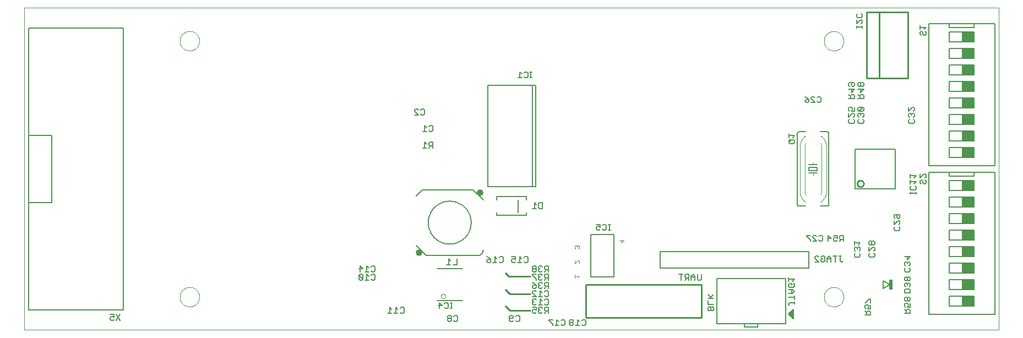
<source format=gbo>
G75*
G70*
%OFA0B0*%
%FSLAX24Y24*%
%IPPOS*%
%LPD*%
%AMOC8*
5,1,8,0,0,1.08239X$1,22.5*
%
%ADD10C,0.0000*%
%ADD11C,0.0100*%
%ADD12C,0.0080*%
%ADD13C,0.0050*%
%ADD14C,0.0020*%
%ADD15C,0.0060*%
%ADD16R,0.0240X0.0620*%
%ADD17C,0.0401*%
%ADD18C,0.0040*%
%ADD19R,0.0750X0.0600*%
D10*
X000655Y000907D02*
X000655Y020407D01*
X059655Y020407D01*
X059655Y000907D01*
X000655Y000907D01*
X010064Y002907D02*
X010066Y002955D01*
X010072Y003003D01*
X010082Y003050D01*
X010095Y003096D01*
X010113Y003141D01*
X010133Y003185D01*
X010158Y003227D01*
X010186Y003266D01*
X010216Y003303D01*
X010250Y003337D01*
X010287Y003369D01*
X010325Y003398D01*
X010366Y003423D01*
X010409Y003445D01*
X010454Y003463D01*
X010500Y003477D01*
X010547Y003488D01*
X010595Y003495D01*
X010643Y003498D01*
X010691Y003497D01*
X010739Y003492D01*
X010787Y003483D01*
X010833Y003471D01*
X010878Y003454D01*
X010922Y003434D01*
X010964Y003411D01*
X011004Y003384D01*
X011042Y003354D01*
X011077Y003321D01*
X011109Y003285D01*
X011139Y003247D01*
X011165Y003206D01*
X011187Y003163D01*
X011207Y003119D01*
X011222Y003074D01*
X011234Y003027D01*
X011242Y002979D01*
X011246Y002931D01*
X011246Y002883D01*
X011242Y002835D01*
X011234Y002787D01*
X011222Y002740D01*
X011207Y002695D01*
X011187Y002651D01*
X011165Y002608D01*
X011139Y002567D01*
X011109Y002529D01*
X011077Y002493D01*
X011042Y002460D01*
X011004Y002430D01*
X010964Y002403D01*
X010922Y002380D01*
X010878Y002360D01*
X010833Y002343D01*
X010787Y002331D01*
X010739Y002322D01*
X010691Y002317D01*
X010643Y002316D01*
X010595Y002319D01*
X010547Y002326D01*
X010500Y002337D01*
X010454Y002351D01*
X010409Y002369D01*
X010366Y002391D01*
X010325Y002416D01*
X010287Y002445D01*
X010250Y002477D01*
X010216Y002511D01*
X010186Y002548D01*
X010158Y002587D01*
X010133Y002629D01*
X010113Y002673D01*
X010095Y002718D01*
X010082Y002764D01*
X010072Y002811D01*
X010066Y002859D01*
X010064Y002907D01*
X049064Y002907D02*
X049066Y002955D01*
X049072Y003003D01*
X049082Y003050D01*
X049095Y003096D01*
X049113Y003141D01*
X049133Y003185D01*
X049158Y003227D01*
X049186Y003266D01*
X049216Y003303D01*
X049250Y003337D01*
X049287Y003369D01*
X049325Y003398D01*
X049366Y003423D01*
X049409Y003445D01*
X049454Y003463D01*
X049500Y003477D01*
X049547Y003488D01*
X049595Y003495D01*
X049643Y003498D01*
X049691Y003497D01*
X049739Y003492D01*
X049787Y003483D01*
X049833Y003471D01*
X049878Y003454D01*
X049922Y003434D01*
X049964Y003411D01*
X050004Y003384D01*
X050042Y003354D01*
X050077Y003321D01*
X050109Y003285D01*
X050139Y003247D01*
X050165Y003206D01*
X050187Y003163D01*
X050207Y003119D01*
X050222Y003074D01*
X050234Y003027D01*
X050242Y002979D01*
X050246Y002931D01*
X050246Y002883D01*
X050242Y002835D01*
X050234Y002787D01*
X050222Y002740D01*
X050207Y002695D01*
X050187Y002651D01*
X050165Y002608D01*
X050139Y002567D01*
X050109Y002529D01*
X050077Y002493D01*
X050042Y002460D01*
X050004Y002430D01*
X049964Y002403D01*
X049922Y002380D01*
X049878Y002360D01*
X049833Y002343D01*
X049787Y002331D01*
X049739Y002322D01*
X049691Y002317D01*
X049643Y002316D01*
X049595Y002319D01*
X049547Y002326D01*
X049500Y002337D01*
X049454Y002351D01*
X049409Y002369D01*
X049366Y002391D01*
X049325Y002416D01*
X049287Y002445D01*
X049250Y002477D01*
X049216Y002511D01*
X049186Y002548D01*
X049158Y002587D01*
X049133Y002629D01*
X049113Y002673D01*
X049095Y002718D01*
X049082Y002764D01*
X049072Y002811D01*
X049066Y002859D01*
X049064Y002907D01*
X049064Y018407D02*
X049066Y018455D01*
X049072Y018503D01*
X049082Y018550D01*
X049095Y018596D01*
X049113Y018641D01*
X049133Y018685D01*
X049158Y018727D01*
X049186Y018766D01*
X049216Y018803D01*
X049250Y018837D01*
X049287Y018869D01*
X049325Y018898D01*
X049366Y018923D01*
X049409Y018945D01*
X049454Y018963D01*
X049500Y018977D01*
X049547Y018988D01*
X049595Y018995D01*
X049643Y018998D01*
X049691Y018997D01*
X049739Y018992D01*
X049787Y018983D01*
X049833Y018971D01*
X049878Y018954D01*
X049922Y018934D01*
X049964Y018911D01*
X050004Y018884D01*
X050042Y018854D01*
X050077Y018821D01*
X050109Y018785D01*
X050139Y018747D01*
X050165Y018706D01*
X050187Y018663D01*
X050207Y018619D01*
X050222Y018574D01*
X050234Y018527D01*
X050242Y018479D01*
X050246Y018431D01*
X050246Y018383D01*
X050242Y018335D01*
X050234Y018287D01*
X050222Y018240D01*
X050207Y018195D01*
X050187Y018151D01*
X050165Y018108D01*
X050139Y018067D01*
X050109Y018029D01*
X050077Y017993D01*
X050042Y017960D01*
X050004Y017930D01*
X049964Y017903D01*
X049922Y017880D01*
X049878Y017860D01*
X049833Y017843D01*
X049787Y017831D01*
X049739Y017822D01*
X049691Y017817D01*
X049643Y017816D01*
X049595Y017819D01*
X049547Y017826D01*
X049500Y017837D01*
X049454Y017851D01*
X049409Y017869D01*
X049366Y017891D01*
X049325Y017916D01*
X049287Y017945D01*
X049250Y017977D01*
X049216Y018011D01*
X049186Y018048D01*
X049158Y018087D01*
X049133Y018129D01*
X049113Y018173D01*
X049095Y018218D01*
X049082Y018264D01*
X049072Y018311D01*
X049066Y018359D01*
X049064Y018407D01*
X010064Y018407D02*
X010066Y018455D01*
X010072Y018503D01*
X010082Y018550D01*
X010095Y018596D01*
X010113Y018641D01*
X010133Y018685D01*
X010158Y018727D01*
X010186Y018766D01*
X010216Y018803D01*
X010250Y018837D01*
X010287Y018869D01*
X010325Y018898D01*
X010366Y018923D01*
X010409Y018945D01*
X010454Y018963D01*
X010500Y018977D01*
X010547Y018988D01*
X010595Y018995D01*
X010643Y018998D01*
X010691Y018997D01*
X010739Y018992D01*
X010787Y018983D01*
X010833Y018971D01*
X010878Y018954D01*
X010922Y018934D01*
X010964Y018911D01*
X011004Y018884D01*
X011042Y018854D01*
X011077Y018821D01*
X011109Y018785D01*
X011139Y018747D01*
X011165Y018706D01*
X011187Y018663D01*
X011207Y018619D01*
X011222Y018574D01*
X011234Y018527D01*
X011242Y018479D01*
X011246Y018431D01*
X011246Y018383D01*
X011242Y018335D01*
X011234Y018287D01*
X011222Y018240D01*
X011207Y018195D01*
X011187Y018151D01*
X011165Y018108D01*
X011139Y018067D01*
X011109Y018029D01*
X011077Y017993D01*
X011042Y017960D01*
X011004Y017930D01*
X010964Y017903D01*
X010922Y017880D01*
X010878Y017860D01*
X010833Y017843D01*
X010787Y017831D01*
X010739Y017822D01*
X010691Y017817D01*
X010643Y017816D01*
X010595Y017819D01*
X010547Y017826D01*
X010500Y017837D01*
X010454Y017851D01*
X010409Y017869D01*
X010366Y017891D01*
X010325Y017916D01*
X010287Y017945D01*
X010250Y017977D01*
X010216Y018011D01*
X010186Y018048D01*
X010158Y018087D01*
X010133Y018129D01*
X010113Y018173D01*
X010095Y018218D01*
X010082Y018264D01*
X010072Y018311D01*
X010066Y018359D01*
X010064Y018407D01*
D11*
X029780Y004345D02*
X029968Y004157D01*
X031280Y004157D01*
X030030Y003095D02*
X029780Y003345D01*
X030030Y003095D02*
X031280Y003095D01*
X030030Y002095D02*
X029780Y002345D01*
X030030Y002095D02*
X031280Y002095D01*
X034655Y001657D02*
X041655Y001657D01*
X041655Y003657D01*
X034655Y003657D01*
X034655Y001657D01*
X051072Y009771D02*
X051074Y009798D01*
X051080Y009825D01*
X051089Y009851D01*
X051102Y009875D01*
X051118Y009898D01*
X051137Y009917D01*
X051159Y009934D01*
X051183Y009948D01*
X051208Y009958D01*
X051235Y009965D01*
X051262Y009968D01*
X051290Y009967D01*
X051317Y009962D01*
X051343Y009954D01*
X051367Y009942D01*
X051390Y009926D01*
X051411Y009908D01*
X051428Y009887D01*
X051443Y009863D01*
X051454Y009838D01*
X051462Y009812D01*
X051466Y009785D01*
X051466Y009757D01*
X051462Y009730D01*
X051454Y009704D01*
X051443Y009679D01*
X051428Y009655D01*
X051411Y009634D01*
X051390Y009616D01*
X051368Y009600D01*
X051343Y009588D01*
X051317Y009580D01*
X051290Y009575D01*
X051262Y009574D01*
X051235Y009577D01*
X051208Y009584D01*
X051183Y009594D01*
X051159Y009608D01*
X051137Y009625D01*
X051118Y009644D01*
X051102Y009667D01*
X051089Y009691D01*
X051080Y009717D01*
X051074Y009744D01*
X051072Y009771D01*
X051655Y016157D02*
X052405Y016157D01*
X052405Y020157D01*
X051655Y020157D01*
X051655Y016157D01*
X052405Y016157D02*
X054155Y016157D01*
X054155Y020157D01*
X052405Y020157D01*
D12*
X031612Y015720D02*
X031415Y015720D01*
X031415Y009594D01*
X031612Y009594D01*
X031612Y015720D01*
X031415Y015720D02*
X028698Y015720D01*
X028698Y009594D01*
X031415Y009594D01*
X031061Y008978D02*
X029250Y008978D01*
X029250Y008801D01*
X028433Y008787D02*
X027825Y009395D01*
X024739Y009395D01*
X024378Y009033D01*
X025106Y007407D02*
X025108Y007479D01*
X025114Y007550D01*
X025124Y007621D01*
X025137Y007691D01*
X025155Y007760D01*
X025176Y007829D01*
X025201Y007896D01*
X025230Y007961D01*
X025263Y008025D01*
X025298Y008087D01*
X025338Y008147D01*
X025380Y008205D01*
X025425Y008260D01*
X025474Y008313D01*
X025525Y008363D01*
X025579Y008410D01*
X025636Y008454D01*
X025695Y008494D01*
X025755Y008532D01*
X025818Y008566D01*
X025883Y008597D01*
X025950Y008624D01*
X026017Y008647D01*
X026086Y008666D01*
X026156Y008682D01*
X026227Y008694D01*
X026298Y008702D01*
X026369Y008706D01*
X026441Y008706D01*
X026512Y008702D01*
X026583Y008694D01*
X026654Y008682D01*
X026724Y008666D01*
X026793Y008647D01*
X026860Y008624D01*
X026927Y008597D01*
X026992Y008566D01*
X027054Y008532D01*
X027115Y008494D01*
X027174Y008454D01*
X027231Y008410D01*
X027285Y008363D01*
X027336Y008313D01*
X027385Y008260D01*
X027430Y008205D01*
X027472Y008147D01*
X027512Y008087D01*
X027547Y008025D01*
X027580Y007961D01*
X027609Y007896D01*
X027634Y007829D01*
X027655Y007760D01*
X027673Y007691D01*
X027686Y007621D01*
X027696Y007550D01*
X027702Y007479D01*
X027704Y007407D01*
X027702Y007335D01*
X027696Y007264D01*
X027686Y007193D01*
X027673Y007123D01*
X027655Y007054D01*
X027634Y006985D01*
X027609Y006918D01*
X027580Y006853D01*
X027547Y006789D01*
X027512Y006727D01*
X027472Y006667D01*
X027430Y006609D01*
X027385Y006554D01*
X027336Y006501D01*
X027285Y006451D01*
X027231Y006404D01*
X027174Y006360D01*
X027115Y006320D01*
X027055Y006282D01*
X026992Y006248D01*
X026927Y006217D01*
X026860Y006190D01*
X026793Y006167D01*
X026724Y006148D01*
X026654Y006132D01*
X026583Y006120D01*
X026512Y006112D01*
X026441Y006108D01*
X026369Y006108D01*
X026298Y006112D01*
X026227Y006120D01*
X026156Y006132D01*
X026086Y006148D01*
X026017Y006167D01*
X025950Y006190D01*
X025883Y006217D01*
X025818Y006248D01*
X025755Y006282D01*
X025695Y006320D01*
X025636Y006360D01*
X025579Y006404D01*
X025525Y006451D01*
X025474Y006501D01*
X025425Y006554D01*
X025380Y006609D01*
X025338Y006667D01*
X025298Y006727D01*
X025263Y006789D01*
X025230Y006853D01*
X025201Y006918D01*
X025176Y006985D01*
X025155Y007054D01*
X025137Y007123D01*
X025124Y007193D01*
X025114Y007264D01*
X025108Y007335D01*
X025106Y007407D01*
X024378Y006027D02*
X024986Y005419D01*
X028097Y005419D01*
X028132Y005421D01*
X028167Y005426D01*
X028201Y005435D01*
X028233Y005448D01*
X028264Y005464D01*
X028294Y005483D01*
X028321Y005505D01*
X028346Y005530D01*
X028368Y005557D01*
X028387Y005586D01*
X028403Y005618D01*
X028416Y005650D01*
X028425Y005684D01*
X028430Y005719D01*
X028432Y005754D01*
X029250Y007836D02*
X031061Y007836D01*
X031061Y008013D01*
X030549Y008013D02*
X030549Y008801D01*
X031061Y008801D02*
X031061Y008978D01*
X029250Y008013D02*
X029250Y007836D01*
X034955Y006697D02*
X034955Y004117D01*
X036355Y004117D01*
X036355Y006697D01*
X034955Y006697D01*
X039155Y005657D02*
X048155Y005657D01*
X048155Y004657D01*
X039155Y004657D01*
X039155Y005657D01*
X050945Y009447D02*
X053365Y009447D01*
X053365Y011867D01*
X050945Y011867D01*
X050945Y009447D01*
X052658Y003893D02*
X052658Y003421D01*
X053052Y003657D01*
X052658Y003893D01*
X006633Y002122D02*
X000901Y002122D01*
X000901Y019193D01*
X006633Y019193D01*
X006633Y002122D01*
X002303Y008620D02*
X000935Y008620D01*
X002303Y008620D02*
X002303Y012694D01*
X000915Y012694D01*
D13*
X020968Y004782D02*
X021144Y004607D01*
X020910Y004607D01*
X020968Y004432D02*
X020968Y004782D01*
X021395Y004782D02*
X021512Y004666D01*
X021647Y004724D02*
X021705Y004782D01*
X021822Y004782D01*
X021880Y004724D01*
X021880Y004490D01*
X021822Y004432D01*
X021705Y004432D01*
X021647Y004490D01*
X021512Y004432D02*
X021278Y004432D01*
X021395Y004432D02*
X021395Y004782D01*
X021395Y004282D02*
X021395Y003932D01*
X021512Y003932D02*
X021278Y003932D01*
X021144Y003990D02*
X020910Y004224D01*
X020910Y003990D01*
X020968Y003932D01*
X021085Y003932D01*
X021144Y003990D01*
X021144Y004224D01*
X021085Y004282D01*
X020968Y004282D01*
X020910Y004224D01*
X021395Y004282D02*
X021512Y004166D01*
X021647Y004224D02*
X021705Y004282D01*
X021822Y004282D01*
X021880Y004224D01*
X021880Y003990D01*
X021822Y003932D01*
X021705Y003932D01*
X021647Y003990D01*
X025773Y002557D02*
X025948Y002382D01*
X025715Y002382D01*
X025773Y002207D02*
X025773Y002557D01*
X026083Y002499D02*
X026142Y002557D01*
X026258Y002557D01*
X026317Y002499D01*
X026317Y002265D01*
X026258Y002207D01*
X026142Y002207D01*
X026083Y002265D01*
X026446Y002207D02*
X026562Y002207D01*
X026504Y002207D02*
X026504Y002557D01*
X026562Y002557D02*
X026446Y002557D01*
X026453Y001782D02*
X026337Y001782D01*
X026278Y001724D01*
X026278Y001666D01*
X026337Y001607D01*
X026453Y001607D01*
X026512Y001666D01*
X026512Y001724D01*
X026453Y001782D01*
X026453Y001607D02*
X026512Y001549D01*
X026512Y001490D01*
X026453Y001432D01*
X026337Y001432D01*
X026278Y001490D01*
X026278Y001549D01*
X026337Y001607D01*
X026647Y001490D02*
X026705Y001432D01*
X026822Y001432D01*
X026880Y001490D01*
X026880Y001724D01*
X026822Y001782D01*
X026705Y001782D01*
X026647Y001724D01*
X023630Y001990D02*
X023572Y001932D01*
X023455Y001932D01*
X023397Y001990D01*
X023262Y001932D02*
X023028Y001932D01*
X023145Y001932D02*
X023145Y002282D01*
X023262Y002166D01*
X023397Y002224D02*
X023455Y002282D01*
X023572Y002282D01*
X023630Y002224D01*
X023630Y001990D01*
X022894Y001932D02*
X022660Y001932D01*
X022777Y001932D02*
X022777Y002282D01*
X022894Y002166D01*
X026229Y004866D02*
X026463Y004866D01*
X026346Y004866D02*
X026346Y005216D01*
X026463Y005099D01*
X026597Y004866D02*
X026831Y004866D01*
X026831Y005216D01*
X028660Y005111D02*
X028718Y005170D01*
X028894Y005170D01*
X028894Y005053D01*
X028835Y004995D01*
X028718Y004995D01*
X028660Y005053D01*
X028660Y005111D01*
X028777Y005286D02*
X028894Y005170D01*
X028777Y005286D02*
X028660Y005345D01*
X029145Y005345D02*
X029262Y005228D01*
X029397Y005286D02*
X029455Y005345D01*
X029572Y005345D01*
X029630Y005286D01*
X029630Y005053D01*
X029572Y004995D01*
X029455Y004995D01*
X029397Y005053D01*
X029262Y004995D02*
X029028Y004995D01*
X029145Y004995D02*
X029145Y005345D01*
X030160Y005345D02*
X030394Y005345D01*
X030394Y005170D01*
X030277Y005228D01*
X030218Y005228D01*
X030160Y005170D01*
X030160Y005053D01*
X030218Y004995D01*
X030335Y004995D01*
X030394Y005053D01*
X030528Y004995D02*
X030762Y004995D01*
X030645Y004995D02*
X030645Y005345D01*
X030762Y005228D01*
X030897Y005286D02*
X030955Y005345D01*
X031072Y005345D01*
X031130Y005286D01*
X031130Y005053D01*
X031072Y004995D01*
X030955Y004995D01*
X030897Y005053D01*
X031410Y004724D02*
X031410Y004666D01*
X031468Y004607D01*
X031585Y004607D01*
X031644Y004666D01*
X031644Y004724D01*
X031585Y004782D01*
X031468Y004782D01*
X031410Y004724D01*
X031468Y004607D02*
X031410Y004549D01*
X031410Y004490D01*
X031468Y004432D01*
X031585Y004432D01*
X031644Y004490D01*
X031644Y004549D01*
X031585Y004607D01*
X031778Y004549D02*
X031778Y004490D01*
X031837Y004432D01*
X031953Y004432D01*
X032012Y004490D01*
X032147Y004432D02*
X032263Y004549D01*
X032205Y004549D02*
X032380Y004549D01*
X032380Y004432D02*
X032380Y004782D01*
X032205Y004782D01*
X032147Y004724D01*
X032147Y004607D01*
X032205Y004549D01*
X032012Y004724D02*
X031953Y004782D01*
X031837Y004782D01*
X031778Y004724D01*
X031778Y004666D01*
X031837Y004607D01*
X031778Y004549D01*
X031837Y004607D02*
X031895Y004607D01*
X031837Y004282D02*
X031778Y004224D01*
X031778Y004166D01*
X031837Y004107D01*
X031778Y004049D01*
X031778Y003990D01*
X031837Y003932D01*
X031953Y003932D01*
X032012Y003990D01*
X032147Y003932D02*
X032263Y004049D01*
X032205Y004049D02*
X032380Y004049D01*
X032380Y003932D02*
X032380Y004282D01*
X032205Y004282D01*
X032147Y004224D01*
X032147Y004107D01*
X032205Y004049D01*
X032012Y004224D02*
X031953Y004282D01*
X031837Y004282D01*
X031837Y004107D02*
X031895Y004107D01*
X031644Y003990D02*
X031644Y003932D01*
X031644Y003990D02*
X031410Y004224D01*
X031410Y004282D01*
X031644Y004282D01*
X031837Y003782D02*
X031778Y003724D01*
X031778Y003666D01*
X031837Y003607D01*
X031778Y003549D01*
X031778Y003490D01*
X031837Y003432D01*
X031953Y003432D01*
X032012Y003490D01*
X032147Y003432D02*
X032263Y003549D01*
X032205Y003549D02*
X032380Y003549D01*
X032380Y003432D02*
X032380Y003782D01*
X032205Y003782D01*
X032147Y003724D01*
X032147Y003607D01*
X032205Y003549D01*
X032012Y003724D02*
X031953Y003782D01*
X031837Y003782D01*
X031837Y003607D02*
X031895Y003607D01*
X031644Y003607D02*
X031468Y003607D01*
X031410Y003549D01*
X031410Y003490D01*
X031468Y003432D01*
X031585Y003432D01*
X031644Y003490D01*
X031644Y003607D01*
X031527Y003724D01*
X031410Y003782D01*
X031468Y003282D02*
X031585Y003282D01*
X031644Y003224D01*
X031468Y003282D02*
X031410Y003224D01*
X031410Y003166D01*
X031644Y002932D01*
X031410Y002932D01*
X031468Y002782D02*
X031410Y002724D01*
X031410Y002666D01*
X031468Y002607D01*
X031410Y002549D01*
X031410Y002490D01*
X031468Y002432D01*
X031585Y002432D01*
X031644Y002490D01*
X031778Y002432D02*
X032012Y002432D01*
X031895Y002432D02*
X031895Y002782D01*
X032012Y002666D01*
X032147Y002724D02*
X032205Y002782D01*
X032322Y002782D01*
X032380Y002724D01*
X032380Y002490D01*
X032322Y002432D01*
X032205Y002432D01*
X032147Y002490D01*
X032205Y002282D02*
X032147Y002224D01*
X032147Y002107D01*
X032205Y002049D01*
X032380Y002049D01*
X032263Y002049D02*
X032147Y001932D01*
X032012Y001990D02*
X031953Y001932D01*
X031837Y001932D01*
X031778Y001990D01*
X031778Y002049D01*
X031837Y002107D01*
X031895Y002107D01*
X031837Y002107D02*
X031778Y002166D01*
X031778Y002224D01*
X031837Y002282D01*
X031953Y002282D01*
X032012Y002224D01*
X032205Y002282D02*
X032380Y002282D01*
X032380Y001932D01*
X031644Y001990D02*
X031585Y001932D01*
X031468Y001932D01*
X031410Y001990D01*
X031410Y002107D01*
X031468Y002166D01*
X031527Y002166D01*
X031644Y002107D01*
X031644Y002282D01*
X031410Y002282D01*
X031468Y002607D02*
X031527Y002607D01*
X031644Y002724D02*
X031585Y002782D01*
X031468Y002782D01*
X031778Y002932D02*
X032012Y002932D01*
X031895Y002932D02*
X031895Y003282D01*
X032012Y003166D01*
X032147Y003224D02*
X032205Y003282D01*
X032322Y003282D01*
X032380Y003224D01*
X032380Y002990D01*
X032322Y002932D01*
X032205Y002932D01*
X032147Y002990D01*
X030630Y001724D02*
X030630Y001490D01*
X030572Y001432D01*
X030455Y001432D01*
X030397Y001490D01*
X030262Y001490D02*
X030203Y001432D01*
X030087Y001432D01*
X030028Y001490D01*
X030028Y001724D01*
X030087Y001782D01*
X030203Y001782D01*
X030262Y001724D01*
X030262Y001666D01*
X030203Y001607D01*
X030028Y001607D01*
X030397Y001724D02*
X030455Y001782D01*
X030572Y001782D01*
X030630Y001724D01*
X032410Y001532D02*
X032410Y001474D01*
X032644Y001240D01*
X032644Y001182D01*
X032778Y001182D02*
X033012Y001182D01*
X032895Y001182D02*
X032895Y001532D01*
X033012Y001416D01*
X033147Y001474D02*
X033205Y001532D01*
X033322Y001532D01*
X033380Y001474D01*
X033380Y001240D01*
X033322Y001182D01*
X033205Y001182D01*
X033147Y001240D01*
X033660Y001240D02*
X033660Y001299D01*
X033718Y001357D01*
X033835Y001357D01*
X033894Y001416D01*
X033894Y001474D01*
X033835Y001532D01*
X033718Y001532D01*
X033660Y001474D01*
X033660Y001416D01*
X033718Y001357D01*
X033835Y001357D02*
X033894Y001299D01*
X033894Y001240D01*
X033835Y001182D01*
X033718Y001182D01*
X033660Y001240D01*
X034028Y001182D02*
X034262Y001182D01*
X034145Y001182D02*
X034145Y001532D01*
X034262Y001416D01*
X034397Y001474D02*
X034455Y001532D01*
X034572Y001532D01*
X034630Y001474D01*
X034630Y001240D01*
X034572Y001182D01*
X034455Y001182D01*
X034397Y001240D01*
X032644Y001532D02*
X032410Y001532D01*
X040292Y004282D02*
X040525Y004282D01*
X040408Y004282D02*
X040408Y003932D01*
X040660Y003932D02*
X040777Y004049D01*
X040718Y004049D02*
X040894Y004049D01*
X040894Y003932D02*
X040894Y004282D01*
X040718Y004282D01*
X040660Y004224D01*
X040660Y004107D01*
X040718Y004049D01*
X041028Y004107D02*
X041262Y004107D01*
X041262Y004166D02*
X041145Y004282D01*
X041028Y004166D01*
X041028Y003932D01*
X041262Y003932D02*
X041262Y004166D01*
X041397Y004282D02*
X041397Y003990D01*
X041455Y003932D01*
X041572Y003932D01*
X041630Y003990D01*
X041630Y004282D01*
X042580Y004035D02*
X042580Y001279D01*
X044261Y001279D01*
X044261Y001082D01*
X045049Y001082D01*
X045049Y001279D01*
X046730Y001279D01*
X046730Y004035D01*
X042580Y004035D01*
X042380Y003047D02*
X042147Y002814D01*
X042205Y002872D02*
X042030Y003047D01*
X042030Y002814D02*
X042380Y002814D01*
X042030Y002679D02*
X042030Y002445D01*
X042380Y002445D01*
X042322Y002311D02*
X042264Y002311D01*
X042205Y002252D01*
X042205Y002077D01*
X042030Y002077D02*
X042030Y002252D01*
X042088Y002311D01*
X042147Y002311D01*
X042205Y002252D01*
X042322Y002311D02*
X042380Y002252D01*
X042380Y002077D01*
X042030Y002077D01*
X044261Y001279D02*
X045049Y001279D01*
X046919Y001870D02*
X047214Y001574D01*
X047214Y002165D01*
X046919Y001870D01*
X046927Y001878D02*
X047214Y001878D01*
X047214Y001926D02*
X046976Y001926D01*
X047024Y001975D02*
X047214Y001975D01*
X047214Y002024D02*
X047073Y002024D01*
X047121Y002072D02*
X047214Y002072D01*
X047214Y002121D02*
X047170Y002121D01*
X047214Y001829D02*
X046959Y001829D01*
X047008Y001781D02*
X047214Y001781D01*
X047214Y001732D02*
X047056Y001732D01*
X047105Y001684D02*
X047214Y001684D01*
X047214Y001635D02*
X047153Y001635D01*
X047202Y001587D02*
X047214Y001587D01*
X046987Y002385D02*
X046929Y002444D01*
X046929Y002502D01*
X046987Y002560D01*
X047279Y002560D01*
X047279Y002502D02*
X047279Y002619D01*
X047279Y002754D02*
X047279Y002987D01*
X047279Y002870D02*
X046929Y002870D01*
X046929Y003122D02*
X047162Y003122D01*
X047279Y003239D01*
X047162Y003355D01*
X046929Y003355D01*
X046987Y003490D02*
X046929Y003549D01*
X046929Y003665D01*
X046987Y003724D01*
X047104Y003724D01*
X047104Y003607D01*
X047220Y003724D02*
X047279Y003665D01*
X047279Y003549D01*
X047220Y003490D01*
X046987Y003490D01*
X047104Y003355D02*
X047104Y003122D01*
X047162Y003858D02*
X047279Y003975D01*
X046929Y003975D01*
X046929Y003858D02*
X046929Y004092D01*
X048515Y005032D02*
X048748Y005032D01*
X048515Y005266D01*
X048515Y005324D01*
X048573Y005382D01*
X048690Y005382D01*
X048748Y005324D01*
X048883Y005324D02*
X048942Y005382D01*
X049058Y005382D01*
X049117Y005324D01*
X049117Y005090D01*
X049058Y005032D01*
X048942Y005032D01*
X048883Y005090D01*
X048883Y005207D01*
X049000Y005207D01*
X049252Y005207D02*
X049485Y005207D01*
X049485Y005266D02*
X049368Y005382D01*
X049252Y005266D01*
X049252Y005032D01*
X049485Y005032D02*
X049485Y005266D01*
X049620Y005382D02*
X049853Y005382D01*
X049737Y005382D02*
X049737Y005032D01*
X050047Y005090D02*
X050047Y005382D01*
X050105Y005382D02*
X049988Y005382D01*
X050047Y005090D02*
X050105Y005032D01*
X050163Y005032D01*
X050222Y005090D01*
X050905Y005386D02*
X050905Y005502D01*
X050963Y005561D01*
X050963Y005695D02*
X050905Y005754D01*
X050905Y005871D01*
X050963Y005929D01*
X051022Y005929D01*
X051080Y005871D01*
X051080Y005812D01*
X051080Y005871D02*
X051139Y005929D01*
X051197Y005929D01*
X051255Y005871D01*
X051255Y005754D01*
X051197Y005695D01*
X051197Y005561D02*
X051255Y005502D01*
X051255Y005386D01*
X051197Y005327D01*
X050963Y005327D01*
X050905Y005386D01*
X051780Y005386D02*
X051838Y005327D01*
X052072Y005327D01*
X052130Y005386D01*
X052130Y005502D01*
X052072Y005561D01*
X052072Y005695D02*
X052130Y005754D01*
X052130Y005871D01*
X052072Y005929D01*
X052014Y005929D01*
X051780Y005695D01*
X051780Y005929D01*
X051838Y006064D02*
X051897Y006064D01*
X051955Y006122D01*
X051955Y006239D01*
X051897Y006297D01*
X051838Y006297D01*
X051780Y006239D01*
X051780Y006122D01*
X051838Y006064D01*
X051955Y006122D02*
X052014Y006064D01*
X052072Y006064D01*
X052130Y006122D01*
X052130Y006239D01*
X052072Y006297D01*
X052014Y006297D01*
X051955Y006239D01*
X051255Y006181D02*
X050905Y006181D01*
X050905Y006297D02*
X050905Y006064D01*
X051139Y006064D02*
X051255Y006181D01*
X051838Y005561D02*
X051780Y005502D01*
X051780Y005386D01*
X050235Y006282D02*
X050235Y006632D01*
X050060Y006632D01*
X050002Y006574D01*
X050002Y006457D01*
X050060Y006399D01*
X050235Y006399D01*
X050118Y006399D02*
X050002Y006282D01*
X049867Y006340D02*
X049808Y006282D01*
X049692Y006282D01*
X049633Y006340D01*
X049633Y006457D01*
X049692Y006516D01*
X049750Y006516D01*
X049867Y006457D01*
X049867Y006632D01*
X049633Y006632D01*
X049498Y006457D02*
X049323Y006632D01*
X049323Y006282D01*
X049265Y006457D02*
X049498Y006457D01*
X048985Y006340D02*
X048927Y006282D01*
X048810Y006282D01*
X048752Y006340D01*
X048617Y006282D02*
X048383Y006516D01*
X048383Y006574D01*
X048442Y006632D01*
X048558Y006632D01*
X048617Y006574D01*
X048752Y006574D02*
X048810Y006632D01*
X048927Y006632D01*
X048985Y006574D01*
X048985Y006340D01*
X048617Y006282D02*
X048383Y006282D01*
X048248Y006282D02*
X048248Y006340D01*
X048015Y006574D01*
X048015Y006632D01*
X048248Y006632D01*
X053305Y006990D02*
X053305Y007107D01*
X053363Y007166D01*
X053305Y007300D02*
X053539Y007534D01*
X053597Y007534D01*
X053655Y007476D01*
X053655Y007359D01*
X053597Y007300D01*
X053597Y007166D02*
X053655Y007107D01*
X053655Y006990D01*
X053597Y006932D01*
X053363Y006932D01*
X053305Y006990D01*
X053305Y007300D02*
X053305Y007534D01*
X053363Y007669D02*
X053305Y007727D01*
X053305Y007844D01*
X053363Y007902D01*
X053597Y007902D01*
X053655Y007844D01*
X053655Y007727D01*
X053597Y007669D01*
X053539Y007669D01*
X053480Y007727D01*
X053480Y007902D01*
X054280Y009144D02*
X054280Y009261D01*
X054280Y009202D02*
X054630Y009202D01*
X054630Y009144D02*
X054630Y009261D01*
X054572Y009390D02*
X054339Y009390D01*
X054280Y009448D01*
X054280Y009565D01*
X054339Y009623D01*
X054280Y009758D02*
X054280Y009991D01*
X054280Y009875D02*
X054630Y009875D01*
X054514Y009758D01*
X054572Y009623D02*
X054630Y009565D01*
X054630Y009448D01*
X054572Y009390D01*
X054938Y009745D02*
X054880Y009804D01*
X054880Y009921D01*
X054938Y009979D01*
X054997Y009979D01*
X055055Y009921D01*
X055055Y009804D01*
X055114Y009745D01*
X055172Y009745D01*
X055230Y009804D01*
X055230Y009921D01*
X055172Y009979D01*
X055172Y010114D02*
X055230Y010172D01*
X055230Y010289D01*
X055172Y010347D01*
X055114Y010347D01*
X054880Y010114D01*
X054880Y010347D01*
X054630Y010243D02*
X054280Y010243D01*
X054280Y010126D02*
X054280Y010360D01*
X054514Y010126D02*
X054630Y010243D01*
X047280Y012254D02*
X047280Y012371D01*
X047222Y012429D01*
X046988Y012429D01*
X046930Y012371D01*
X046930Y012254D01*
X046988Y012195D01*
X047222Y012195D01*
X047280Y012254D01*
X047047Y012312D02*
X046930Y012429D01*
X046930Y012564D02*
X046930Y012797D01*
X046930Y012681D02*
X047280Y012681D01*
X047164Y012564D01*
X050555Y013490D02*
X050555Y013607D01*
X050613Y013666D01*
X050555Y013800D02*
X050789Y014034D01*
X050847Y014034D01*
X050905Y013976D01*
X050905Y013859D01*
X050847Y013800D01*
X050847Y013666D02*
X050905Y013607D01*
X050905Y013490D01*
X050847Y013432D01*
X050613Y013432D01*
X050555Y013490D01*
X050555Y013800D02*
X050555Y014034D01*
X050613Y014169D02*
X050555Y014227D01*
X050555Y014344D01*
X050613Y014402D01*
X050730Y014402D01*
X050789Y014344D01*
X050789Y014285D01*
X050730Y014169D01*
X050905Y014169D01*
X050905Y014402D01*
X051118Y014344D02*
X051118Y014227D01*
X051176Y014169D01*
X051410Y014402D01*
X051176Y014402D01*
X051118Y014344D01*
X051176Y014169D02*
X051410Y014169D01*
X051468Y014227D01*
X051468Y014344D01*
X051410Y014402D01*
X051410Y014034D02*
X051351Y014034D01*
X051293Y013976D01*
X051234Y014034D01*
X051176Y014034D01*
X051118Y013976D01*
X051118Y013859D01*
X051176Y013800D01*
X051176Y013666D02*
X051118Y013607D01*
X051118Y013490D01*
X051176Y013432D01*
X051410Y013432D01*
X051468Y013490D01*
X051468Y013607D01*
X051410Y013666D01*
X051410Y013800D02*
X051468Y013859D01*
X051468Y013976D01*
X051410Y014034D01*
X051293Y013976D02*
X051293Y013917D01*
X048880Y014740D02*
X048822Y014682D01*
X048705Y014682D01*
X048647Y014740D01*
X048512Y014682D02*
X048278Y014682D01*
X048144Y014740D02*
X048085Y014682D01*
X047968Y014682D01*
X047910Y014740D01*
X047910Y014799D01*
X047968Y014857D01*
X048144Y014857D01*
X048144Y014740D01*
X048144Y014857D02*
X048027Y014974D01*
X047910Y015032D01*
X048278Y014974D02*
X048337Y015032D01*
X048453Y015032D01*
X048512Y014974D01*
X048647Y014974D02*
X048705Y015032D01*
X048822Y015032D01*
X048880Y014974D01*
X048880Y014740D01*
X048512Y014682D02*
X048278Y014916D01*
X048278Y014974D01*
X050555Y014932D02*
X050905Y014932D01*
X050905Y015107D01*
X050847Y015166D01*
X050730Y015166D01*
X050672Y015107D01*
X050672Y014932D01*
X050672Y015049D02*
X050555Y015166D01*
X050730Y015300D02*
X050730Y015534D01*
X050789Y015669D02*
X050730Y015727D01*
X050730Y015902D01*
X050614Y015902D02*
X050847Y015902D01*
X050905Y015844D01*
X050905Y015727D01*
X050847Y015669D01*
X050789Y015669D01*
X050614Y015669D02*
X050555Y015727D01*
X050555Y015844D01*
X050614Y015902D01*
X051118Y015844D02*
X051118Y015727D01*
X051176Y015669D01*
X051234Y015669D01*
X051293Y015727D01*
X051293Y015844D01*
X051234Y015902D01*
X051176Y015902D01*
X051118Y015844D01*
X051293Y015844D02*
X051351Y015902D01*
X051410Y015902D01*
X051468Y015844D01*
X051468Y015727D01*
X051410Y015669D01*
X051351Y015669D01*
X051293Y015727D01*
X051293Y015534D02*
X051293Y015300D01*
X051468Y015476D01*
X051118Y015476D01*
X050905Y015476D02*
X050730Y015300D01*
X050555Y015476D02*
X050905Y015476D01*
X051118Y015166D02*
X051234Y015049D01*
X051234Y015107D02*
X051234Y014932D01*
X051118Y014932D02*
X051468Y014932D01*
X051468Y015107D01*
X051410Y015166D01*
X051293Y015166D01*
X051234Y015107D01*
X054180Y014402D02*
X054180Y014169D01*
X054414Y014402D01*
X054472Y014402D01*
X054530Y014344D01*
X054530Y014227D01*
X054472Y014169D01*
X054472Y014034D02*
X054414Y014034D01*
X054355Y013976D01*
X054297Y014034D01*
X054238Y014034D01*
X054180Y013976D01*
X054180Y013859D01*
X054238Y013800D01*
X054238Y013666D02*
X054180Y013607D01*
X054180Y013490D01*
X054238Y013432D01*
X054472Y013432D01*
X054530Y013490D01*
X054530Y013607D01*
X054472Y013666D01*
X054472Y013800D02*
X054530Y013859D01*
X054530Y013976D01*
X054472Y014034D01*
X054355Y013976D02*
X054355Y013917D01*
X054938Y018745D02*
X054880Y018804D01*
X054880Y018921D01*
X054938Y018979D01*
X054997Y018979D01*
X055055Y018921D01*
X055055Y018804D01*
X055114Y018745D01*
X055172Y018745D01*
X055230Y018804D01*
X055230Y018921D01*
X055172Y018979D01*
X055114Y019114D02*
X055230Y019231D01*
X054880Y019231D01*
X054880Y019347D02*
X054880Y019114D01*
X051380Y019200D02*
X051380Y019317D01*
X051380Y019258D02*
X051030Y019258D01*
X051030Y019200D02*
X051030Y019317D01*
X051030Y019445D02*
X051264Y019679D01*
X051322Y019679D01*
X051380Y019621D01*
X051380Y019504D01*
X051322Y019445D01*
X051030Y019445D02*
X051030Y019679D01*
X051088Y019814D02*
X051030Y019872D01*
X051030Y019989D01*
X051088Y020047D01*
X051322Y020047D02*
X051380Y019989D01*
X051380Y019872D01*
X051322Y019814D01*
X051088Y019814D01*
X031380Y016532D02*
X031263Y016532D01*
X031322Y016532D02*
X031322Y016182D01*
X031380Y016182D02*
X031263Y016182D01*
X031135Y016240D02*
X031076Y016182D01*
X030959Y016182D01*
X030901Y016240D01*
X030766Y016182D02*
X030533Y016182D01*
X030650Y016182D02*
X030650Y016532D01*
X030766Y016416D01*
X030901Y016474D02*
X030959Y016532D01*
X031076Y016532D01*
X031135Y016474D01*
X031135Y016240D01*
X024880Y014224D02*
X024880Y013990D01*
X024822Y013932D01*
X024705Y013932D01*
X024647Y013990D01*
X024512Y013932D02*
X024278Y014166D01*
X024278Y014224D01*
X024337Y014282D01*
X024453Y014282D01*
X024512Y014224D01*
X024647Y014224D02*
X024705Y014282D01*
X024822Y014282D01*
X024880Y014224D01*
X024512Y013932D02*
X024278Y013932D01*
X024895Y013282D02*
X024895Y012932D01*
X025012Y012932D02*
X024778Y012932D01*
X025012Y013166D02*
X024895Y013282D01*
X025147Y013224D02*
X025205Y013282D01*
X025322Y013282D01*
X025380Y013224D01*
X025380Y012990D01*
X025322Y012932D01*
X025205Y012932D01*
X025147Y012990D01*
X025205Y012282D02*
X025147Y012224D01*
X025147Y012107D01*
X025205Y012049D01*
X025380Y012049D01*
X025263Y012049D02*
X025147Y011932D01*
X025012Y011932D02*
X024778Y011932D01*
X024895Y011932D02*
X024895Y012282D01*
X025012Y012166D01*
X025205Y012282D02*
X025380Y012282D01*
X025380Y011932D01*
X031544Y008607D02*
X031544Y008257D01*
X031661Y008257D02*
X031427Y008257D01*
X031661Y008491D02*
X031544Y008607D01*
X031796Y008549D02*
X031854Y008607D01*
X032029Y008607D01*
X032029Y008257D01*
X031854Y008257D01*
X031796Y008315D01*
X031796Y008549D01*
X035283Y007302D02*
X035516Y007302D01*
X035516Y007127D01*
X035400Y007186D01*
X035341Y007186D01*
X035283Y007127D01*
X035283Y007010D01*
X035341Y006952D01*
X035458Y006952D01*
X035516Y007010D01*
X035651Y007010D02*
X035709Y006952D01*
X035826Y006952D01*
X035885Y007010D01*
X035885Y007244D01*
X035826Y007302D01*
X035709Y007302D01*
X035651Y007244D01*
X036013Y007302D02*
X036130Y007302D01*
X036072Y007302D02*
X036072Y006952D01*
X036130Y006952D02*
X036013Y006952D01*
X051530Y002564D02*
X051588Y002564D01*
X051822Y002797D01*
X051880Y002797D01*
X051880Y002564D01*
X051880Y002429D02*
X051880Y002195D01*
X051705Y002195D01*
X051764Y002312D01*
X051764Y002371D01*
X051705Y002429D01*
X051588Y002429D01*
X051530Y002371D01*
X051530Y002254D01*
X051588Y002195D01*
X051530Y002061D02*
X051647Y001944D01*
X051647Y002002D02*
X051647Y001827D01*
X051530Y001827D02*
X051880Y001827D01*
X051880Y002002D01*
X051822Y002061D01*
X051705Y002061D01*
X051647Y002002D01*
X053930Y001932D02*
X054280Y001932D01*
X054280Y002107D01*
X054222Y002166D01*
X054105Y002166D01*
X054047Y002107D01*
X054047Y001932D01*
X054047Y002049D02*
X053930Y002166D01*
X053988Y002300D02*
X053930Y002359D01*
X053930Y002476D01*
X053988Y002534D01*
X054105Y002534D01*
X054164Y002476D01*
X054164Y002417D01*
X054105Y002300D01*
X054280Y002300D01*
X054280Y002534D01*
X054222Y002669D02*
X054164Y002669D01*
X054105Y002727D01*
X054105Y002844D01*
X054047Y002902D01*
X053988Y002902D01*
X053930Y002844D01*
X053930Y002727D01*
X053988Y002669D01*
X054047Y002669D01*
X054105Y002727D01*
X054105Y002844D02*
X054164Y002902D01*
X054222Y002902D01*
X054280Y002844D01*
X054280Y002727D01*
X054222Y002669D01*
X054293Y003145D02*
X054293Y003320D01*
X054234Y003378D01*
X054001Y003378D01*
X053943Y003320D01*
X053943Y003145D01*
X054293Y003145D01*
X054234Y003513D02*
X054293Y003571D01*
X054293Y003688D01*
X054234Y003746D01*
X054176Y003746D01*
X054118Y003688D01*
X054059Y003746D01*
X054001Y003746D01*
X053943Y003688D01*
X053943Y003571D01*
X054001Y003513D01*
X054118Y003630D02*
X054118Y003688D01*
X054176Y003881D02*
X054234Y003881D01*
X054293Y003940D01*
X054293Y004056D01*
X054234Y004115D01*
X054176Y004115D01*
X054118Y004056D01*
X054118Y003940D01*
X054176Y003881D01*
X054118Y003940D02*
X054059Y003881D01*
X054001Y003881D01*
X053943Y003940D01*
X053943Y004056D01*
X054001Y004115D01*
X054059Y004115D01*
X054118Y004056D01*
X054222Y004432D02*
X053988Y004432D01*
X053930Y004490D01*
X053930Y004607D01*
X053988Y004666D01*
X053988Y004800D02*
X053930Y004859D01*
X053930Y004976D01*
X053988Y005034D01*
X054047Y005034D01*
X054105Y004976D01*
X054105Y004917D01*
X054105Y004976D02*
X054164Y005034D01*
X054222Y005034D01*
X054280Y004976D01*
X054280Y004859D01*
X054222Y004800D01*
X054222Y004666D02*
X054280Y004607D01*
X054280Y004490D01*
X054222Y004432D01*
X054105Y005169D02*
X054105Y005402D01*
X053930Y005344D02*
X054280Y005344D01*
X054105Y005169D01*
X006463Y001851D02*
X006229Y001501D01*
X006094Y001559D02*
X006036Y001501D01*
X005919Y001501D01*
X005861Y001559D01*
X005861Y001676D01*
X005919Y001734D01*
X005978Y001734D01*
X006094Y001676D01*
X006094Y001851D01*
X005861Y001851D01*
X006229Y001851D02*
X006463Y001501D01*
D14*
X025875Y002947D02*
X025877Y002970D01*
X025883Y002992D01*
X025892Y003014D01*
X025905Y003033D01*
X025920Y003050D01*
X025938Y003064D01*
X025959Y003075D01*
X025981Y003083D01*
X026003Y003087D01*
X026027Y003087D01*
X026049Y003083D01*
X026071Y003075D01*
X026092Y003064D01*
X026110Y003050D01*
X026125Y003033D01*
X026138Y003014D01*
X026147Y002992D01*
X026153Y002970D01*
X026155Y002947D01*
X026153Y002924D01*
X026147Y002902D01*
X026138Y002880D01*
X026125Y002861D01*
X026110Y002844D01*
X026092Y002830D01*
X026071Y002819D01*
X026049Y002811D01*
X026027Y002807D01*
X026003Y002807D01*
X025981Y002811D01*
X025959Y002819D01*
X025938Y002830D01*
X025920Y002844D01*
X025905Y002861D01*
X025892Y002880D01*
X025883Y002902D01*
X025877Y002924D01*
X025875Y002947D01*
X047605Y009307D02*
X047605Y012007D01*
X047905Y012007D02*
X047905Y009307D01*
X048855Y008646D02*
X048900Y008678D01*
X048942Y008714D01*
X048982Y008753D01*
X049019Y008794D01*
X049053Y008838D01*
X049084Y008885D01*
X049112Y008933D01*
X049136Y008983D01*
X049157Y009034D01*
X049174Y009087D01*
X049188Y009141D01*
X049197Y009196D01*
X049203Y009251D01*
X049205Y009307D01*
X049205Y012007D01*
X048905Y012007D02*
X048905Y009307D01*
X047955Y009089D02*
X047940Y009123D01*
X047927Y009159D01*
X047918Y009195D01*
X047911Y009232D01*
X047906Y009269D01*
X047905Y009307D01*
X048855Y009089D02*
X048870Y009123D01*
X048883Y009159D01*
X048892Y009195D01*
X048899Y009232D01*
X048904Y009269D01*
X048905Y009307D01*
X047955Y008646D02*
X047910Y008678D01*
X047868Y008714D01*
X047828Y008753D01*
X047791Y008795D01*
X047757Y008838D01*
X047726Y008885D01*
X047698Y008933D01*
X047674Y008983D01*
X047653Y009034D01*
X047636Y009087D01*
X047622Y009141D01*
X047613Y009196D01*
X047607Y009251D01*
X047605Y009307D01*
X048405Y010257D02*
X048405Y010407D01*
X048405Y010907D02*
X048405Y011057D01*
X047605Y012007D02*
X047607Y012063D01*
X047613Y012118D01*
X047622Y012173D01*
X047636Y012227D01*
X047653Y012280D01*
X047674Y012331D01*
X047698Y012381D01*
X047726Y012429D01*
X047757Y012476D01*
X047791Y012520D01*
X047828Y012561D01*
X047868Y012600D01*
X047910Y012636D01*
X047955Y012668D01*
X047955Y012225D02*
X047940Y012191D01*
X047927Y012155D01*
X047918Y012119D01*
X047911Y012082D01*
X047906Y012045D01*
X047905Y012007D01*
X048855Y012225D02*
X048870Y012191D01*
X048883Y012155D01*
X048892Y012119D01*
X048899Y012082D01*
X048904Y012045D01*
X048905Y012007D01*
X049205Y012007D02*
X049203Y012063D01*
X049197Y012118D01*
X049188Y012173D01*
X049174Y012227D01*
X049157Y012280D01*
X049136Y012331D01*
X049112Y012381D01*
X049084Y012429D01*
X049053Y012476D01*
X049019Y012519D01*
X048982Y012561D01*
X048942Y012600D01*
X048900Y012636D01*
X048855Y012668D01*
D15*
X048855Y012907D02*
X049255Y012907D01*
X049272Y012905D01*
X049289Y012901D01*
X049305Y012894D01*
X049319Y012884D01*
X049332Y012871D01*
X049342Y012857D01*
X049349Y012841D01*
X049353Y012824D01*
X049355Y012807D01*
X049355Y008507D01*
X049353Y008490D01*
X049349Y008473D01*
X049342Y008457D01*
X049332Y008443D01*
X049319Y008430D01*
X049305Y008420D01*
X049289Y008413D01*
X049272Y008409D01*
X049255Y008407D01*
X048855Y008407D01*
X047955Y008407D02*
X047555Y008407D01*
X047538Y008409D01*
X047521Y008413D01*
X047505Y008420D01*
X047491Y008430D01*
X047478Y008443D01*
X047468Y008457D01*
X047461Y008473D01*
X047457Y008490D01*
X047455Y008507D01*
X047455Y012807D01*
X047457Y012824D01*
X047461Y012841D01*
X047468Y012857D01*
X047478Y012871D01*
X047491Y012884D01*
X047505Y012894D01*
X047521Y012901D01*
X047538Y012905D01*
X047555Y012907D01*
X047955Y012907D01*
X048155Y010907D02*
X048405Y010907D01*
X048655Y010907D01*
X048655Y010757D02*
X048155Y010757D01*
X048155Y010557D01*
X048655Y010557D01*
X048655Y010757D01*
X048655Y010407D02*
X048405Y010407D01*
X048155Y010407D01*
X055405Y010457D02*
X056655Y010457D01*
X056655Y010207D01*
X058155Y010207D01*
X058155Y010457D01*
X059405Y010457D01*
X059405Y001857D01*
X055405Y001857D01*
X055405Y010457D01*
X055405Y010857D02*
X059405Y010857D01*
X059405Y019457D01*
X058155Y019457D01*
X058155Y019207D01*
X056655Y019207D01*
X056655Y019457D01*
X058155Y019457D01*
X058155Y018957D02*
X056655Y018957D01*
X056655Y018357D01*
X058155Y018357D01*
X058155Y018957D01*
X056655Y019457D02*
X055405Y019457D01*
X055405Y010857D01*
X056655Y010457D02*
X058155Y010457D01*
X058155Y009957D02*
X056655Y009957D01*
X056655Y009357D01*
X058155Y009357D01*
X058155Y009957D01*
X058155Y008957D02*
X056655Y008957D01*
X056655Y008357D01*
X058155Y008357D01*
X058155Y008957D01*
X058155Y007957D02*
X056655Y007957D01*
X056655Y007357D01*
X058155Y007357D01*
X058155Y007957D01*
X058155Y006957D02*
X056655Y006957D01*
X056655Y006357D01*
X058155Y006357D01*
X058155Y006957D01*
X058155Y005957D02*
X056655Y005957D01*
X056655Y005357D01*
X058155Y005357D01*
X058155Y005957D01*
X058155Y004957D02*
X056655Y004957D01*
X056655Y004357D01*
X058155Y004357D01*
X058155Y004957D01*
X058155Y003957D02*
X056655Y003957D01*
X056655Y003357D01*
X058155Y003357D01*
X058155Y003957D01*
X058155Y002957D02*
X056655Y002957D01*
X056655Y002357D01*
X058155Y002357D01*
X058155Y002957D01*
X058155Y011357D02*
X056655Y011357D01*
X056655Y011957D01*
X058155Y011957D01*
X058155Y011357D01*
X058155Y012357D02*
X056655Y012357D01*
X056655Y012957D01*
X058155Y012957D01*
X058155Y012357D01*
X058155Y013357D02*
X056655Y013357D01*
X056655Y013957D01*
X058155Y013957D01*
X058155Y013357D01*
X058155Y014357D02*
X056655Y014357D01*
X056655Y014957D01*
X058155Y014957D01*
X058155Y014357D01*
X058155Y015357D02*
X056655Y015357D01*
X056655Y015957D01*
X058155Y015957D01*
X058155Y015357D01*
X058155Y016357D02*
X056655Y016357D01*
X056655Y016957D01*
X058155Y016957D01*
X058155Y016357D01*
X058155Y017357D02*
X056655Y017357D01*
X056655Y017957D01*
X058155Y017957D01*
X058155Y017357D01*
X027173Y004622D02*
X025637Y004622D01*
X025637Y002693D02*
X027173Y002693D01*
D16*
X053125Y003657D03*
D17*
X028256Y009218D03*
X024555Y005596D03*
D18*
X033975Y005876D02*
X034022Y005829D01*
X033975Y005876D02*
X033975Y005969D01*
X034022Y006016D01*
X034069Y006016D01*
X034115Y005969D01*
X034115Y005922D01*
X034115Y005969D02*
X034162Y006016D01*
X034209Y006016D01*
X034255Y005969D01*
X034255Y005876D01*
X034209Y005829D01*
X034205Y005106D02*
X034252Y005059D01*
X034252Y004966D01*
X034205Y004919D01*
X034205Y005106D02*
X034158Y005106D01*
X033971Y004919D01*
X033971Y005106D01*
X033975Y004255D02*
X033975Y004068D01*
X033975Y004161D02*
X034255Y004161D01*
X034162Y004068D01*
X036815Y006177D02*
X036815Y006364D01*
X036675Y006317D02*
X036955Y006317D01*
X036815Y006177D01*
D19*
X057780Y006657D03*
X057780Y007657D03*
X057780Y008657D03*
X057780Y009657D03*
X057780Y011657D03*
X057780Y012657D03*
X057780Y013657D03*
X057780Y014657D03*
X057780Y015657D03*
X057780Y016657D03*
X057780Y017657D03*
X057780Y018657D03*
X057780Y005657D03*
X057780Y004657D03*
X057780Y003657D03*
X057780Y002657D03*
M02*

</source>
